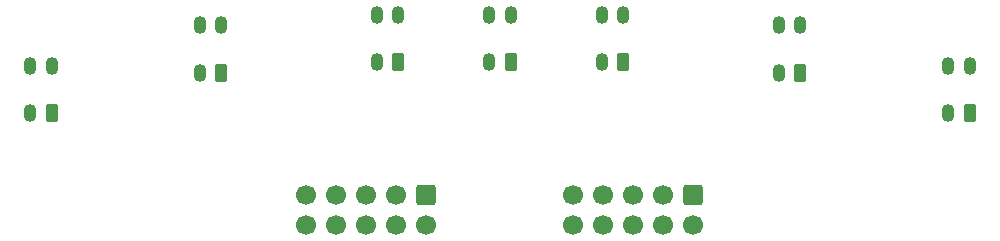
<source format=gbs>
%TF.GenerationSoftware,KiCad,Pcbnew,7.0.2*%
%TF.CreationDate,2023-11-09T20:28:49+01:00*%
%TF.ProjectId,Sensors,53656e73-6f72-4732-9e6b-696361645f70,rev?*%
%TF.SameCoordinates,Original*%
%TF.FileFunction,Soldermask,Bot*%
%TF.FilePolarity,Negative*%
%FSLAX46Y46*%
G04 Gerber Fmt 4.6, Leading zero omitted, Abs format (unit mm)*
G04 Created by KiCad (PCBNEW 7.0.2) date 2023-11-09 20:28:49*
%MOMM*%
%LPD*%
G01*
G04 APERTURE LIST*
G04 Aperture macros list*
%AMRoundRect*
0 Rectangle with rounded corners*
0 $1 Rounding radius*
0 $2 $3 $4 $5 $6 $7 $8 $9 X,Y pos of 4 corners*
0 Add a 4 corners polygon primitive as box body*
4,1,4,$2,$3,$4,$5,$6,$7,$8,$9,$2,$3,0*
0 Add four circle primitives for the rounded corners*
1,1,$1+$1,$2,$3*
1,1,$1+$1,$4,$5*
1,1,$1+$1,$6,$7*
1,1,$1+$1,$8,$9*
0 Add four rect primitives between the rounded corners*
20,1,$1+$1,$2,$3,$4,$5,0*
20,1,$1+$1,$4,$5,$6,$7,0*
20,1,$1+$1,$6,$7,$8,$9,0*
20,1,$1+$1,$8,$9,$2,$3,0*%
G04 Aperture macros list end*
%ADD10RoundRect,0.250000X-0.600000X0.600000X-0.600000X-0.600000X0.600000X-0.600000X0.600000X0.600000X0*%
%ADD11C,1.700000*%
%ADD12RoundRect,0.249700X0.300300X0.500300X-0.300300X0.500300X-0.300300X-0.500300X0.300300X-0.500300X0*%
%ADD13O,1.100000X1.500000*%
G04 APERTURE END LIST*
D10*
%TO.C,J2*%
X144145000Y-91123000D03*
D11*
X144145000Y-93663000D03*
X141605000Y-91123000D03*
X141605000Y-93663000D03*
X139065000Y-91123000D03*
X139065000Y-93663000D03*
X136525000Y-91123000D03*
X136525000Y-93663000D03*
X133985000Y-91123000D03*
X133985000Y-93663000D03*
%TD*%
%TO.C,J4*%
X156520000Y-93660000D03*
X156520000Y-91120000D03*
X159060000Y-93660000D03*
X159060000Y-91120000D03*
X161600000Y-93660000D03*
X161600000Y-91120000D03*
X164140000Y-93660000D03*
X164140000Y-91120000D03*
X166680000Y-93660000D03*
D10*
X166680000Y-91120000D03*
%TD*%
D12*
%TO.C,U4*%
X151268000Y-79851000D03*
D13*
X151268000Y-75851000D03*
X149468000Y-79851000D03*
X149468000Y-75851000D03*
%TD*%
D12*
%TO.C,U2*%
X126757000Y-80740000D03*
D13*
X126757000Y-76740000D03*
X124957000Y-80740000D03*
X124957000Y-76740000D03*
%TD*%
D12*
%TO.C,U7*%
X190130000Y-84169000D03*
D13*
X190130000Y-80169000D03*
X188330000Y-84169000D03*
X188330000Y-80169000D03*
%TD*%
D12*
%TO.C,U6*%
X175779000Y-80740000D03*
D13*
X175779000Y-76740000D03*
X173979000Y-80740000D03*
X173979000Y-76740000D03*
%TD*%
D12*
%TO.C,U1*%
X112406000Y-84169000D03*
D13*
X112406000Y-80169000D03*
X110606000Y-84169000D03*
X110606000Y-80169000D03*
%TD*%
D12*
%TO.C,U5*%
X160793000Y-79851000D03*
D13*
X160793000Y-75851000D03*
X158993000Y-79851000D03*
X158993000Y-75851000D03*
%TD*%
D12*
%TO.C,U3*%
X141743000Y-79851000D03*
D13*
X141743000Y-75851000D03*
X139943000Y-79851000D03*
X139943000Y-75851000D03*
%TD*%
M02*

</source>
